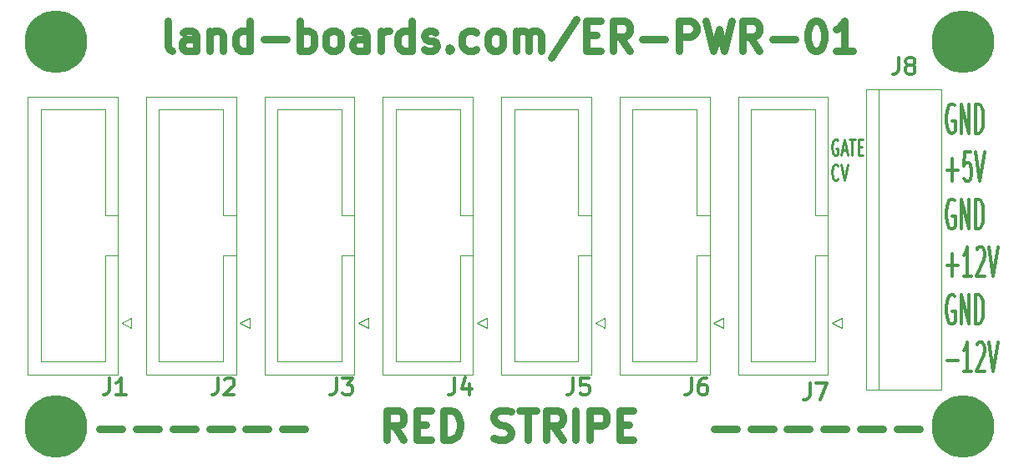
<source format=gto>
%TF.GenerationSoftware,KiCad,Pcbnew,(6.0.1)*%
%TF.CreationDate,2022-10-13T18:58:24-04:00*%
%TF.ProjectId,ER-PWR-01,45522d50-5752-42d3-9031-2e6b69636164,rev?*%
%TF.SameCoordinates,Original*%
%TF.FileFunction,Legend,Top*%
%TF.FilePolarity,Positive*%
%FSLAX46Y46*%
G04 Gerber Fmt 4.6, Leading zero omitted, Abs format (unit mm)*
G04 Created by KiCad (PCBNEW (6.0.1)) date 2022-10-13 18:58:24*
%MOMM*%
%LPD*%
G01*
G04 APERTURE LIST*
%ADD10C,0.250000*%
%ADD11C,0.750000*%
%ADD12C,0.350000*%
%ADD13C,0.349250*%
%ADD14C,0.120000*%
%ADD15C,6.350000*%
G04 APERTURE END LIST*
D10*
X173263404Y-53928313D02*
X173168166Y-53852717D01*
X173025309Y-53852717D01*
X172882452Y-53928313D01*
X172787214Y-54079503D01*
X172739595Y-54230693D01*
X172691976Y-54533074D01*
X172691976Y-54759860D01*
X172739595Y-55062241D01*
X172787214Y-55213432D01*
X172882452Y-55364622D01*
X173025309Y-55440217D01*
X173120547Y-55440217D01*
X173263404Y-55364622D01*
X173311023Y-55289027D01*
X173311023Y-54759860D01*
X173120547Y-54759860D01*
X173691976Y-54986646D02*
X174168166Y-54986646D01*
X173596738Y-55440217D02*
X173930071Y-53852717D01*
X174263404Y-55440217D01*
X174453880Y-53852717D02*
X175025309Y-53852717D01*
X174739595Y-55440217D02*
X174739595Y-53852717D01*
X175358642Y-54608670D02*
X175691976Y-54608670D01*
X175834833Y-55440217D02*
X175358642Y-55440217D01*
X175358642Y-53852717D01*
X175834833Y-53852717D01*
X173311023Y-57844902D02*
X173263404Y-57920497D01*
X173120547Y-57996092D01*
X173025309Y-57996092D01*
X172882452Y-57920497D01*
X172787214Y-57769307D01*
X172739595Y-57618116D01*
X172691976Y-57315735D01*
X172691976Y-57088949D01*
X172739595Y-56786568D01*
X172787214Y-56635378D01*
X172882452Y-56484188D01*
X173025309Y-56408592D01*
X173120547Y-56408592D01*
X173263404Y-56484188D01*
X173311023Y-56559783D01*
X173596738Y-56408592D02*
X173930071Y-57996092D01*
X174263404Y-56408592D01*
D11*
X98428571Y-83214285D02*
X100714285Y-83214285D01*
X102142857Y-83214285D02*
X104428571Y-83214285D01*
X105857142Y-83214285D02*
X108142857Y-83214285D01*
X109571428Y-83214285D02*
X111857142Y-83214285D01*
X113285714Y-83214285D02*
X115571428Y-83214285D01*
X117000000Y-83214285D02*
X119285714Y-83214285D01*
X129285714Y-84357142D02*
X128285714Y-82928571D01*
X127571428Y-84357142D02*
X127571428Y-81357142D01*
X128714285Y-81357142D01*
X129000000Y-81500000D01*
X129142857Y-81642857D01*
X129285714Y-81928571D01*
X129285714Y-82357142D01*
X129142857Y-82642857D01*
X129000000Y-82785714D01*
X128714285Y-82928571D01*
X127571428Y-82928571D01*
X130571428Y-82785714D02*
X131571428Y-82785714D01*
X132000000Y-84357142D02*
X130571428Y-84357142D01*
X130571428Y-81357142D01*
X132000000Y-81357142D01*
X133285714Y-84357142D02*
X133285714Y-81357142D01*
X134000000Y-81357142D01*
X134428571Y-81500000D01*
X134714285Y-81785714D01*
X134857142Y-82071428D01*
X135000000Y-82642857D01*
X135000000Y-83071428D01*
X134857142Y-83642857D01*
X134714285Y-83928571D01*
X134428571Y-84214285D01*
X134000000Y-84357142D01*
X133285714Y-84357142D01*
X138428571Y-84214285D02*
X138857142Y-84357142D01*
X139571428Y-84357142D01*
X139857142Y-84214285D01*
X140000000Y-84071428D01*
X140142857Y-83785714D01*
X140142857Y-83500000D01*
X140000000Y-83214285D01*
X139857142Y-83071428D01*
X139571428Y-82928571D01*
X139000000Y-82785714D01*
X138714285Y-82642857D01*
X138571428Y-82500000D01*
X138428571Y-82214285D01*
X138428571Y-81928571D01*
X138571428Y-81642857D01*
X138714285Y-81500000D01*
X139000000Y-81357142D01*
X139714285Y-81357142D01*
X140142857Y-81500000D01*
X141000000Y-81357142D02*
X142714285Y-81357142D01*
X141857142Y-84357142D02*
X141857142Y-81357142D01*
X145428571Y-84357142D02*
X144428571Y-82928571D01*
X143714285Y-84357142D02*
X143714285Y-81357142D01*
X144857142Y-81357142D01*
X145142857Y-81500000D01*
X145285714Y-81642857D01*
X145428571Y-81928571D01*
X145428571Y-82357142D01*
X145285714Y-82642857D01*
X145142857Y-82785714D01*
X144857142Y-82928571D01*
X143714285Y-82928571D01*
X146714285Y-84357142D02*
X146714285Y-81357142D01*
X148142857Y-84357142D02*
X148142857Y-81357142D01*
X149285714Y-81357142D01*
X149571428Y-81500000D01*
X149714285Y-81642857D01*
X149857142Y-81928571D01*
X149857142Y-82357142D01*
X149714285Y-82642857D01*
X149571428Y-82785714D01*
X149285714Y-82928571D01*
X148142857Y-82928571D01*
X151142857Y-82785714D02*
X152142857Y-82785714D01*
X152571428Y-84357142D02*
X151142857Y-84357142D01*
X151142857Y-81357142D01*
X152571428Y-81357142D01*
X160714285Y-83214285D02*
X163000000Y-83214285D01*
X164428571Y-83214285D02*
X166714285Y-83214285D01*
X168142857Y-83214285D02*
X170428571Y-83214285D01*
X171857142Y-83214285D02*
X174142857Y-83214285D01*
X175571428Y-83214285D02*
X177857142Y-83214285D01*
X179285714Y-83214285D02*
X181571428Y-83214285D01*
D12*
X185104166Y-50425000D02*
X184970833Y-50282142D01*
X184770833Y-50282142D01*
X184570833Y-50425000D01*
X184437500Y-50710714D01*
X184370833Y-50996428D01*
X184304166Y-51567857D01*
X184304166Y-51996428D01*
X184370833Y-52567857D01*
X184437500Y-52853571D01*
X184570833Y-53139285D01*
X184770833Y-53282142D01*
X184904166Y-53282142D01*
X185104166Y-53139285D01*
X185170833Y-52996428D01*
X185170833Y-51996428D01*
X184904166Y-51996428D01*
X185770833Y-53282142D02*
X185770833Y-50282142D01*
X186570833Y-53282142D01*
X186570833Y-50282142D01*
X187237500Y-53282142D02*
X187237500Y-50282142D01*
X187570833Y-50282142D01*
X187770833Y-50425000D01*
X187904166Y-50710714D01*
X187970833Y-50996428D01*
X188037500Y-51567857D01*
X188037500Y-51996428D01*
X187970833Y-52567857D01*
X187904166Y-52853571D01*
X187770833Y-53139285D01*
X187570833Y-53282142D01*
X187237500Y-53282142D01*
X184370833Y-56969285D02*
X185437500Y-56969285D01*
X184904166Y-58112142D02*
X184904166Y-55826428D01*
X186770833Y-55112142D02*
X186104166Y-55112142D01*
X186037500Y-56540714D01*
X186104166Y-56397857D01*
X186237500Y-56255000D01*
X186570833Y-56255000D01*
X186704166Y-56397857D01*
X186770833Y-56540714D01*
X186837500Y-56826428D01*
X186837500Y-57540714D01*
X186770833Y-57826428D01*
X186704166Y-57969285D01*
X186570833Y-58112142D01*
X186237500Y-58112142D01*
X186104166Y-57969285D01*
X186037500Y-57826428D01*
X187237500Y-55112142D02*
X187704166Y-58112142D01*
X188170833Y-55112142D01*
X185104166Y-60085000D02*
X184970833Y-59942142D01*
X184770833Y-59942142D01*
X184570833Y-60085000D01*
X184437500Y-60370714D01*
X184370833Y-60656428D01*
X184304166Y-61227857D01*
X184304166Y-61656428D01*
X184370833Y-62227857D01*
X184437500Y-62513571D01*
X184570833Y-62799285D01*
X184770833Y-62942142D01*
X184904166Y-62942142D01*
X185104166Y-62799285D01*
X185170833Y-62656428D01*
X185170833Y-61656428D01*
X184904166Y-61656428D01*
X185770833Y-62942142D02*
X185770833Y-59942142D01*
X186570833Y-62942142D01*
X186570833Y-59942142D01*
X187237500Y-62942142D02*
X187237500Y-59942142D01*
X187570833Y-59942142D01*
X187770833Y-60085000D01*
X187904166Y-60370714D01*
X187970833Y-60656428D01*
X188037500Y-61227857D01*
X188037500Y-61656428D01*
X187970833Y-62227857D01*
X187904166Y-62513571D01*
X187770833Y-62799285D01*
X187570833Y-62942142D01*
X187237500Y-62942142D01*
X184370833Y-66629285D02*
X185437500Y-66629285D01*
X184904166Y-67772142D02*
X184904166Y-65486428D01*
X186837500Y-67772142D02*
X186037500Y-67772142D01*
X186437500Y-67772142D02*
X186437500Y-64772142D01*
X186304166Y-65200714D01*
X186170833Y-65486428D01*
X186037500Y-65629285D01*
X187370833Y-65057857D02*
X187437500Y-64915000D01*
X187570833Y-64772142D01*
X187904166Y-64772142D01*
X188037500Y-64915000D01*
X188104166Y-65057857D01*
X188170833Y-65343571D01*
X188170833Y-65629285D01*
X188104166Y-66057857D01*
X187304166Y-67772142D01*
X188170833Y-67772142D01*
X188570833Y-64772142D02*
X189037500Y-67772142D01*
X189504166Y-64772142D01*
X185104166Y-69745000D02*
X184970833Y-69602142D01*
X184770833Y-69602142D01*
X184570833Y-69745000D01*
X184437500Y-70030714D01*
X184370833Y-70316428D01*
X184304166Y-70887857D01*
X184304166Y-71316428D01*
X184370833Y-71887857D01*
X184437500Y-72173571D01*
X184570833Y-72459285D01*
X184770833Y-72602142D01*
X184904166Y-72602142D01*
X185104166Y-72459285D01*
X185170833Y-72316428D01*
X185170833Y-71316428D01*
X184904166Y-71316428D01*
X185770833Y-72602142D02*
X185770833Y-69602142D01*
X186570833Y-72602142D01*
X186570833Y-69602142D01*
X187237500Y-72602142D02*
X187237500Y-69602142D01*
X187570833Y-69602142D01*
X187770833Y-69745000D01*
X187904166Y-70030714D01*
X187970833Y-70316428D01*
X188037500Y-70887857D01*
X188037500Y-71316428D01*
X187970833Y-71887857D01*
X187904166Y-72173571D01*
X187770833Y-72459285D01*
X187570833Y-72602142D01*
X187237500Y-72602142D01*
X184370833Y-76289285D02*
X185437500Y-76289285D01*
X186837500Y-77432142D02*
X186037500Y-77432142D01*
X186437500Y-77432142D02*
X186437500Y-74432142D01*
X186304166Y-74860714D01*
X186170833Y-75146428D01*
X186037500Y-75289285D01*
X187370833Y-74717857D02*
X187437500Y-74575000D01*
X187570833Y-74432142D01*
X187904166Y-74432142D01*
X188037500Y-74575000D01*
X188104166Y-74717857D01*
X188170833Y-75003571D01*
X188170833Y-75289285D01*
X188104166Y-75717857D01*
X187304166Y-77432142D01*
X188170833Y-77432142D01*
X188570833Y-74432142D02*
X189037500Y-77432142D01*
X189504166Y-74432142D01*
D11*
X105785714Y-44857142D02*
X105499999Y-44714285D01*
X105357142Y-44428571D01*
X105357142Y-41857142D01*
X108214285Y-44857142D02*
X108214285Y-43285714D01*
X108071428Y-43000000D01*
X107785714Y-42857142D01*
X107214285Y-42857142D01*
X106928571Y-43000000D01*
X108214285Y-44714285D02*
X107928571Y-44857142D01*
X107214285Y-44857142D01*
X106928571Y-44714285D01*
X106785714Y-44428571D01*
X106785714Y-44142857D01*
X106928571Y-43857142D01*
X107214285Y-43714285D01*
X107928571Y-43714285D01*
X108214285Y-43571428D01*
X109642857Y-42857142D02*
X109642857Y-44857142D01*
X109642857Y-43142857D02*
X109785714Y-43000000D01*
X110071428Y-42857142D01*
X110499999Y-42857142D01*
X110785714Y-43000000D01*
X110928571Y-43285714D01*
X110928571Y-44857142D01*
X113642857Y-44857142D02*
X113642857Y-41857142D01*
X113642857Y-44714285D02*
X113357142Y-44857142D01*
X112785714Y-44857142D01*
X112499999Y-44714285D01*
X112357142Y-44571428D01*
X112214285Y-44285714D01*
X112214285Y-43428571D01*
X112357142Y-43142857D01*
X112499999Y-43000000D01*
X112785714Y-42857142D01*
X113357142Y-42857142D01*
X113642857Y-43000000D01*
X115071428Y-43714285D02*
X117357142Y-43714285D01*
X118785714Y-44857142D02*
X118785714Y-41857142D01*
X118785714Y-43000000D02*
X119071428Y-42857142D01*
X119642857Y-42857142D01*
X119928571Y-43000000D01*
X120071428Y-43142857D01*
X120214285Y-43428571D01*
X120214285Y-44285714D01*
X120071428Y-44571428D01*
X119928571Y-44714285D01*
X119642857Y-44857142D01*
X119071428Y-44857142D01*
X118785714Y-44714285D01*
X121928571Y-44857142D02*
X121642857Y-44714285D01*
X121500000Y-44571428D01*
X121357142Y-44285714D01*
X121357142Y-43428571D01*
X121500000Y-43142857D01*
X121642857Y-43000000D01*
X121928571Y-42857142D01*
X122357142Y-42857142D01*
X122642857Y-43000000D01*
X122785714Y-43142857D01*
X122928571Y-43428571D01*
X122928571Y-44285714D01*
X122785714Y-44571428D01*
X122642857Y-44714285D01*
X122357142Y-44857142D01*
X121928571Y-44857142D01*
X125500000Y-44857142D02*
X125500000Y-43285714D01*
X125357142Y-43000000D01*
X125071428Y-42857142D01*
X124500000Y-42857142D01*
X124214285Y-43000000D01*
X125500000Y-44714285D02*
X125214285Y-44857142D01*
X124500000Y-44857142D01*
X124214285Y-44714285D01*
X124071428Y-44428571D01*
X124071428Y-44142857D01*
X124214285Y-43857142D01*
X124500000Y-43714285D01*
X125214285Y-43714285D01*
X125500000Y-43571428D01*
X126928571Y-44857142D02*
X126928571Y-42857142D01*
X126928571Y-43428571D02*
X127071428Y-43142857D01*
X127214285Y-43000000D01*
X127500000Y-42857142D01*
X127785714Y-42857142D01*
X130071428Y-44857142D02*
X130071428Y-41857142D01*
X130071428Y-44714285D02*
X129785714Y-44857142D01*
X129214285Y-44857142D01*
X128928571Y-44714285D01*
X128785714Y-44571428D01*
X128642857Y-44285714D01*
X128642857Y-43428571D01*
X128785714Y-43142857D01*
X128928571Y-43000000D01*
X129214285Y-42857142D01*
X129785714Y-42857142D01*
X130071428Y-43000000D01*
X131357142Y-44714285D02*
X131642857Y-44857142D01*
X132214285Y-44857142D01*
X132499999Y-44714285D01*
X132642857Y-44428571D01*
X132642857Y-44285714D01*
X132499999Y-44000000D01*
X132214285Y-43857142D01*
X131785714Y-43857142D01*
X131499999Y-43714285D01*
X131357142Y-43428571D01*
X131357142Y-43285714D01*
X131499999Y-43000000D01*
X131785714Y-42857142D01*
X132214285Y-42857142D01*
X132499999Y-43000000D01*
X133928571Y-44571428D02*
X134071428Y-44714285D01*
X133928571Y-44857142D01*
X133785714Y-44714285D01*
X133928571Y-44571428D01*
X133928571Y-44857142D01*
X136642857Y-44714285D02*
X136357142Y-44857142D01*
X135785714Y-44857142D01*
X135500000Y-44714285D01*
X135357142Y-44571428D01*
X135214285Y-44285714D01*
X135214285Y-43428571D01*
X135357142Y-43142857D01*
X135500000Y-43000000D01*
X135785714Y-42857142D01*
X136357142Y-42857142D01*
X136642857Y-43000000D01*
X138357142Y-44857142D02*
X138071428Y-44714285D01*
X137928571Y-44571428D01*
X137785714Y-44285714D01*
X137785714Y-43428571D01*
X137928571Y-43142857D01*
X138071428Y-43000000D01*
X138357142Y-42857142D01*
X138785714Y-42857142D01*
X139071428Y-43000000D01*
X139214285Y-43142857D01*
X139357142Y-43428571D01*
X139357142Y-44285714D01*
X139214285Y-44571428D01*
X139071428Y-44714285D01*
X138785714Y-44857142D01*
X138357142Y-44857142D01*
X140642857Y-44857142D02*
X140642857Y-42857142D01*
X140642857Y-43142857D02*
X140785714Y-43000000D01*
X141071428Y-42857142D01*
X141500000Y-42857142D01*
X141785714Y-43000000D01*
X141928571Y-43285714D01*
X141928571Y-44857142D01*
X141928571Y-43285714D02*
X142071428Y-43000000D01*
X142357142Y-42857142D01*
X142785714Y-42857142D01*
X143071428Y-43000000D01*
X143214285Y-43285714D01*
X143214285Y-44857142D01*
X146785714Y-41714285D02*
X144214285Y-45571428D01*
X147785714Y-43285714D02*
X148785714Y-43285714D01*
X149214285Y-44857142D02*
X147785714Y-44857142D01*
X147785714Y-41857142D01*
X149214285Y-41857142D01*
X152214285Y-44857142D02*
X151214285Y-43428571D01*
X150500000Y-44857142D02*
X150500000Y-41857142D01*
X151642857Y-41857142D01*
X151928571Y-42000000D01*
X152071428Y-42142857D01*
X152214285Y-42428571D01*
X152214285Y-42857142D01*
X152071428Y-43142857D01*
X151928571Y-43285714D01*
X151642857Y-43428571D01*
X150500000Y-43428571D01*
X153500000Y-43714285D02*
X155785714Y-43714285D01*
X157214285Y-44857142D02*
X157214285Y-41857142D01*
X158357142Y-41857142D01*
X158642857Y-42000000D01*
X158785714Y-42142857D01*
X158928571Y-42428571D01*
X158928571Y-42857142D01*
X158785714Y-43142857D01*
X158642857Y-43285714D01*
X158357142Y-43428571D01*
X157214285Y-43428571D01*
X159928571Y-41857142D02*
X160642857Y-44857142D01*
X161214285Y-42714285D01*
X161785714Y-44857142D01*
X162500000Y-41857142D01*
X165357142Y-44857142D02*
X164357142Y-43428571D01*
X163642857Y-44857142D02*
X163642857Y-41857142D01*
X164785714Y-41857142D01*
X165071428Y-42000000D01*
X165214285Y-42142857D01*
X165357142Y-42428571D01*
X165357142Y-42857142D01*
X165214285Y-43142857D01*
X165071428Y-43285714D01*
X164785714Y-43428571D01*
X163642857Y-43428571D01*
X166642857Y-43714285D02*
X168928571Y-43714285D01*
X170928571Y-41857142D02*
X171214285Y-41857142D01*
X171500000Y-42000000D01*
X171642857Y-42142857D01*
X171785714Y-42428571D01*
X171928571Y-43000000D01*
X171928571Y-43714285D01*
X171785714Y-44285714D01*
X171642857Y-44571428D01*
X171500000Y-44714285D01*
X171214285Y-44857142D01*
X170928571Y-44857142D01*
X170642857Y-44714285D01*
X170500000Y-44571428D01*
X170357142Y-44285714D01*
X170214285Y-43714285D01*
X170214285Y-43000000D01*
X170357142Y-42428571D01*
X170500000Y-42142857D01*
X170642857Y-42000000D01*
X170928571Y-41857142D01*
X174785714Y-44857142D02*
X173071428Y-44857142D01*
X173928571Y-44857142D02*
X173928571Y-41857142D01*
X173642857Y-42285714D01*
X173357142Y-42571428D01*
X173071428Y-42714285D01*
D13*
%TO.C,J7*%
X170449666Y-78595880D02*
X170449666Y-79775166D01*
X170371047Y-80011023D01*
X170213809Y-80168261D01*
X169977952Y-80246880D01*
X169820714Y-80246880D01*
X171078619Y-78595880D02*
X172179285Y-78595880D01*
X171471714Y-80246880D01*
%TO.C,J8*%
X179449666Y-45595880D02*
X179449666Y-46775166D01*
X179371047Y-47011023D01*
X179213809Y-47168261D01*
X178977952Y-47246880D01*
X178820714Y-47246880D01*
X180471714Y-46303452D02*
X180314476Y-46224833D01*
X180235857Y-46146214D01*
X180157238Y-45988976D01*
X180157238Y-45910357D01*
X180235857Y-45753119D01*
X180314476Y-45674500D01*
X180471714Y-45595880D01*
X180786190Y-45595880D01*
X180943428Y-45674500D01*
X181022047Y-45753119D01*
X181100666Y-45910357D01*
X181100666Y-45988976D01*
X181022047Y-46146214D01*
X180943428Y-46224833D01*
X180786190Y-46303452D01*
X180471714Y-46303452D01*
X180314476Y-46382071D01*
X180235857Y-46460690D01*
X180157238Y-46617928D01*
X180157238Y-46932404D01*
X180235857Y-47089642D01*
X180314476Y-47168261D01*
X180471714Y-47246880D01*
X180786190Y-47246880D01*
X180943428Y-47168261D01*
X181022047Y-47089642D01*
X181100666Y-46932404D01*
X181100666Y-46617928D01*
X181022047Y-46460690D01*
X180943428Y-46382071D01*
X180786190Y-46303452D01*
%TO.C,J2*%
X110449666Y-78095880D02*
X110449666Y-79275166D01*
X110371047Y-79511023D01*
X110213809Y-79668261D01*
X109977952Y-79746880D01*
X109820714Y-79746880D01*
X111157238Y-78253119D02*
X111235857Y-78174500D01*
X111393095Y-78095880D01*
X111786190Y-78095880D01*
X111943428Y-78174500D01*
X112022047Y-78253119D01*
X112100666Y-78410357D01*
X112100666Y-78567595D01*
X112022047Y-78803452D01*
X111078619Y-79746880D01*
X112100666Y-79746880D01*
%TO.C,J6*%
X158449666Y-78095880D02*
X158449666Y-79275166D01*
X158371047Y-79511023D01*
X158213809Y-79668261D01*
X157977952Y-79746880D01*
X157820714Y-79746880D01*
X159943428Y-78095880D02*
X159628952Y-78095880D01*
X159471714Y-78174500D01*
X159393095Y-78253119D01*
X159235857Y-78488976D01*
X159157238Y-78803452D01*
X159157238Y-79432404D01*
X159235857Y-79589642D01*
X159314476Y-79668261D01*
X159471714Y-79746880D01*
X159786190Y-79746880D01*
X159943428Y-79668261D01*
X160022047Y-79589642D01*
X160100666Y-79432404D01*
X160100666Y-79039309D01*
X160022047Y-78882071D01*
X159943428Y-78803452D01*
X159786190Y-78724833D01*
X159471714Y-78724833D01*
X159314476Y-78803452D01*
X159235857Y-78882071D01*
X159157238Y-79039309D01*
%TO.C,J5*%
X146449666Y-78095880D02*
X146449666Y-79275166D01*
X146371047Y-79511023D01*
X146213809Y-79668261D01*
X145977952Y-79746880D01*
X145820714Y-79746880D01*
X148022047Y-78095880D02*
X147235857Y-78095880D01*
X147157238Y-78882071D01*
X147235857Y-78803452D01*
X147393095Y-78724833D01*
X147786190Y-78724833D01*
X147943428Y-78803452D01*
X148022047Y-78882071D01*
X148100666Y-79039309D01*
X148100666Y-79432404D01*
X148022047Y-79589642D01*
X147943428Y-79668261D01*
X147786190Y-79746880D01*
X147393095Y-79746880D01*
X147235857Y-79668261D01*
X147157238Y-79589642D01*
%TO.C,J1*%
X99449666Y-78095880D02*
X99449666Y-79275166D01*
X99371047Y-79511023D01*
X99213809Y-79668261D01*
X98977952Y-79746880D01*
X98820714Y-79746880D01*
X101100666Y-79746880D02*
X100157238Y-79746880D01*
X100628952Y-79746880D02*
X100628952Y-78095880D01*
X100471714Y-78331738D01*
X100314476Y-78488976D01*
X100157238Y-78567595D01*
%TO.C,J4*%
X134449666Y-78095880D02*
X134449666Y-79275166D01*
X134371047Y-79511023D01*
X134213809Y-79668261D01*
X133977952Y-79746880D01*
X133820714Y-79746880D01*
X135943428Y-78646214D02*
X135943428Y-79746880D01*
X135550333Y-78017261D02*
X135157238Y-79196547D01*
X136179285Y-79196547D01*
%TO.C,J3*%
X122449666Y-78095880D02*
X122449666Y-79275166D01*
X122371047Y-79511023D01*
X122213809Y-79668261D01*
X121977952Y-79746880D01*
X121820714Y-79746880D01*
X123078619Y-78095880D02*
X124100666Y-78095880D01*
X123550333Y-78724833D01*
X123786190Y-78724833D01*
X123943428Y-78803452D01*
X124022047Y-78882071D01*
X124100666Y-79039309D01*
X124100666Y-79432404D01*
X124022047Y-79589642D01*
X123943428Y-79668261D01*
X123786190Y-79746880D01*
X123314476Y-79746880D01*
X123157238Y-79668261D01*
X123078619Y-79589642D01*
D14*
%TO.C,J7*%
X163170000Y-49510000D02*
X172290000Y-49510000D01*
X164480000Y-50810000D02*
X170980000Y-50810000D01*
X172290000Y-49510000D02*
X172290000Y-77710000D01*
X173680000Y-73000000D02*
X173680000Y-72000000D01*
X170980000Y-61560000D02*
X172290000Y-61560000D01*
X170980000Y-50810000D02*
X170980000Y-61560000D01*
X170980000Y-65660000D02*
X170980000Y-76410000D01*
X172290000Y-65660000D02*
X170980000Y-65660000D01*
X170980000Y-61560000D02*
X170980000Y-61560000D01*
X164480000Y-76410000D02*
X164480000Y-50810000D01*
X172290000Y-77710000D02*
X163170000Y-77710000D01*
X163170000Y-77710000D02*
X163170000Y-49510000D01*
X170980000Y-76410000D02*
X164480000Y-76410000D01*
X173680000Y-72000000D02*
X172680000Y-72500000D01*
X172680000Y-72500000D02*
X173680000Y-73000000D01*
%TO.C,J8*%
X183810000Y-48760000D02*
X183810000Y-79240000D01*
X177460000Y-48760000D02*
X177460000Y-79240000D01*
X183810000Y-48760000D02*
X176190000Y-48760000D01*
X176190000Y-79240000D02*
X183810000Y-79240000D01*
X176190000Y-48760000D02*
X176190000Y-79240000D01*
%TO.C,J2*%
X110980000Y-76410000D02*
X104480000Y-76410000D01*
X110980000Y-61560000D02*
X110980000Y-61560000D01*
X112680000Y-72500000D02*
X113680000Y-73000000D01*
X103170000Y-49510000D02*
X112290000Y-49510000D01*
X104480000Y-76410000D02*
X104480000Y-50810000D01*
X112290000Y-77710000D02*
X103170000Y-77710000D01*
X113680000Y-73000000D02*
X113680000Y-72000000D01*
X112290000Y-65660000D02*
X110980000Y-65660000D01*
X112290000Y-49510000D02*
X112290000Y-77710000D01*
X110980000Y-50810000D02*
X110980000Y-61560000D01*
X113680000Y-72000000D02*
X112680000Y-72500000D01*
X110980000Y-61560000D02*
X112290000Y-61560000D01*
X103170000Y-77710000D02*
X103170000Y-49510000D01*
X104480000Y-50810000D02*
X110980000Y-50810000D01*
X110980000Y-65660000D02*
X110980000Y-76410000D01*
%TO.C,J6*%
X151170000Y-77710000D02*
X151170000Y-49510000D01*
X152480000Y-50810000D02*
X158980000Y-50810000D01*
X160290000Y-49510000D02*
X160290000Y-77710000D01*
X158980000Y-50810000D02*
X158980000Y-61560000D01*
X158980000Y-76410000D02*
X152480000Y-76410000D01*
X160290000Y-77710000D02*
X151170000Y-77710000D01*
X158980000Y-65660000D02*
X158980000Y-76410000D01*
X151170000Y-49510000D02*
X160290000Y-49510000D01*
X152480000Y-76410000D02*
X152480000Y-50810000D01*
X161680000Y-73000000D02*
X161680000Y-72000000D01*
X158980000Y-61560000D02*
X160290000Y-61560000D01*
X160680000Y-72500000D02*
X161680000Y-73000000D01*
X160290000Y-65660000D02*
X158980000Y-65660000D01*
X161680000Y-72000000D02*
X160680000Y-72500000D01*
X158980000Y-61560000D02*
X158980000Y-61560000D01*
%TO.C,J5*%
X146980000Y-50810000D02*
X146980000Y-61560000D01*
X149680000Y-73000000D02*
X149680000Y-72000000D01*
X140480000Y-50810000D02*
X146980000Y-50810000D01*
X146980000Y-65660000D02*
X146980000Y-76410000D01*
X148680000Y-72500000D02*
X149680000Y-73000000D01*
X148290000Y-65660000D02*
X146980000Y-65660000D01*
X148290000Y-49510000D02*
X148290000Y-77710000D01*
X139170000Y-49510000D02*
X148290000Y-49510000D01*
X146980000Y-61560000D02*
X148290000Y-61560000D01*
X146980000Y-76410000D02*
X140480000Y-76410000D01*
X139170000Y-77710000D02*
X139170000Y-49510000D01*
X140480000Y-76410000D02*
X140480000Y-50810000D01*
X146980000Y-61560000D02*
X146980000Y-61560000D01*
X148290000Y-77710000D02*
X139170000Y-77710000D01*
X149680000Y-72000000D02*
X148680000Y-72500000D01*
%TO.C,J1*%
X98980000Y-50810000D02*
X98980000Y-61560000D01*
X100290000Y-49510000D02*
X100290000Y-77710000D01*
X101680000Y-72000000D02*
X100680000Y-72500000D01*
X100290000Y-77710000D02*
X91170000Y-77710000D01*
X100290000Y-65660000D02*
X98980000Y-65660000D01*
X91170000Y-77710000D02*
X91170000Y-49510000D01*
X91170000Y-49510000D02*
X100290000Y-49510000D01*
X98980000Y-76410000D02*
X92480000Y-76410000D01*
X92480000Y-50810000D02*
X98980000Y-50810000D01*
X100680000Y-72500000D02*
X101680000Y-73000000D01*
X92480000Y-76410000D02*
X92480000Y-50810000D01*
X98980000Y-65660000D02*
X98980000Y-76410000D01*
X101680000Y-73000000D02*
X101680000Y-72000000D01*
X98980000Y-61560000D02*
X98980000Y-61560000D01*
X98980000Y-61560000D02*
X100290000Y-61560000D01*
%TO.C,J4*%
X128480000Y-76410000D02*
X128480000Y-50810000D01*
X137680000Y-72000000D02*
X136680000Y-72500000D01*
X134980000Y-76410000D02*
X128480000Y-76410000D01*
X136290000Y-49510000D02*
X136290000Y-77710000D01*
X136290000Y-77710000D02*
X127170000Y-77710000D01*
X127170000Y-77710000D02*
X127170000Y-49510000D01*
X127170000Y-49510000D02*
X136290000Y-49510000D01*
X137680000Y-73000000D02*
X137680000Y-72000000D01*
X134980000Y-61560000D02*
X136290000Y-61560000D01*
X128480000Y-50810000D02*
X134980000Y-50810000D01*
X136290000Y-65660000D02*
X134980000Y-65660000D01*
X136680000Y-72500000D02*
X137680000Y-73000000D01*
X134980000Y-50810000D02*
X134980000Y-61560000D01*
X134980000Y-61560000D02*
X134980000Y-61560000D01*
X134980000Y-65660000D02*
X134980000Y-76410000D01*
%TO.C,J3*%
X122980000Y-61560000D02*
X124290000Y-61560000D01*
X115170000Y-77710000D02*
X115170000Y-49510000D01*
X122980000Y-50810000D02*
X122980000Y-61560000D01*
X115170000Y-49510000D02*
X124290000Y-49510000D01*
X125680000Y-73000000D02*
X125680000Y-72000000D01*
X124290000Y-77710000D02*
X115170000Y-77710000D01*
X122980000Y-76410000D02*
X116480000Y-76410000D01*
X125680000Y-72000000D02*
X124680000Y-72500000D01*
X124290000Y-49510000D02*
X124290000Y-77710000D01*
X116480000Y-50810000D02*
X122980000Y-50810000D01*
X124290000Y-65660000D02*
X122980000Y-65660000D01*
X116480000Y-76410000D02*
X116480000Y-50810000D01*
X124680000Y-72500000D02*
X125680000Y-73000000D01*
X122980000Y-61560000D02*
X122980000Y-61560000D01*
X122980000Y-65660000D02*
X122980000Y-76410000D01*
%TD*%
D15*
%TO.C,MTG1*%
X94000000Y-83000000D03*
%TD*%
%TO.C,MTG3*%
X94000000Y-44000000D03*
%TD*%
%TO.C,MTG2*%
X186000000Y-83000000D03*
%TD*%
%TO.C,MTG4*%
X186000000Y-44000000D03*
%TD*%
M02*

</source>
